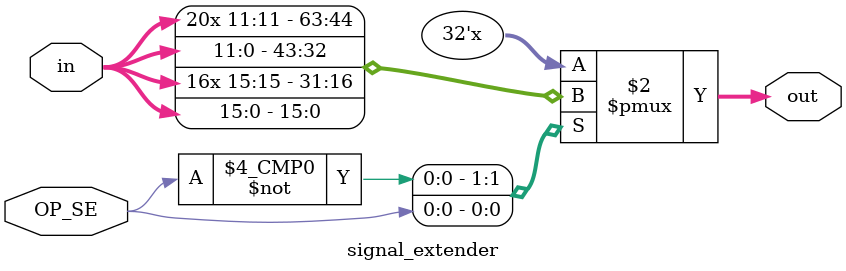
<source format=v>
module signal_extender(
			input 	wire[15:0]	in,
			input 	wire		OP_SE,
			output	reg[31:0]	out);

	always @(*) begin
		case (OP_SE)
			1'b0: out = {{20{in[11]}}, in[11:0]};
			1'b1: out = {{16{in[15]}}, in[15:0]};
		endcase
	end

endmodule
</source>
